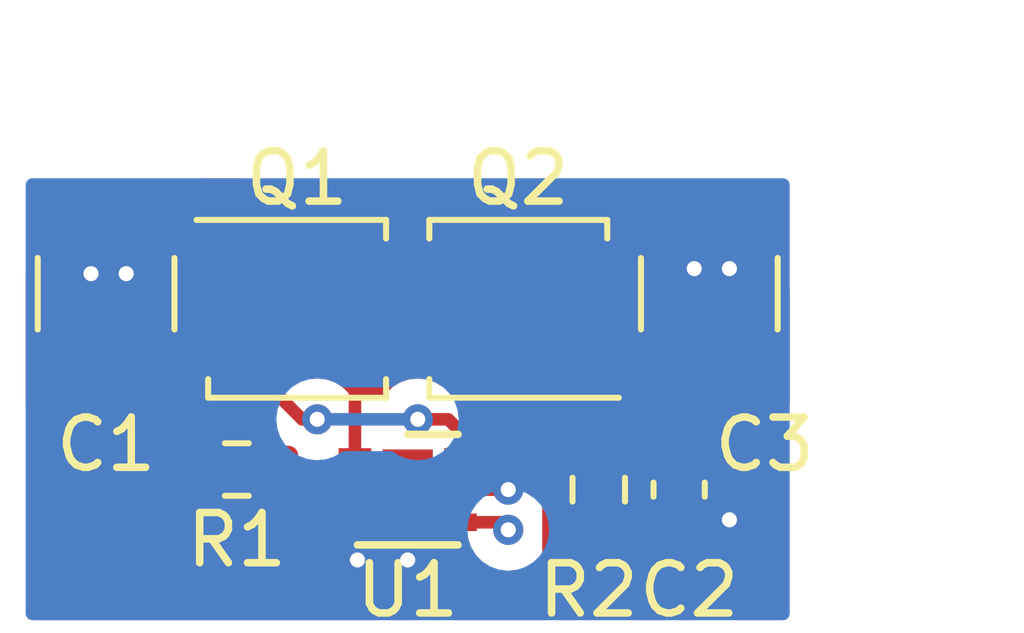
<source format=kicad_pcb>
(kicad_pcb (version 20221018) (generator pcbnew)
  (layers (0 "F.Cu" signal) (31 "B.Cu" signal) (34 "B.Paste" user) (35 "F.Paste" user) (36 "B.SilkS" user "B.Silkscreen") (37 "F.SilkS" user "F.Silkscreen") (38 "B.Mask" user) (39 "F.Mask" user) (44 "Edge.Cuts" user))
  (net 0 "")
  (net 1 "/V_{BUS}")
  (net 2 "GND")
  (net 3 "Net-(C2-Pad2)")
  (net 4 "/V_{PROT}")
  (net 5 "Net-(Q1-Pad4)")
  (net 6 "Net-(Q1-Pad5)")
  (net 7 "Net-(Q2-Pad4)")
  (net 8 "/EN")
  (footprint "Package_DFN_QFN:DFN-6-1EP_2x2mm_P0.65mm_EP1x1.6mm" (layer "F.Cu") (at 140.6 84.4)
    (fp_text reference "U1" (at 0 2) (layer "F.SilkS"))
    (fp_text value "NCV68261")
    (fp_line (start -1 1.1) (end 1 1.1) (stroke (width 0.15)) (layer "F.SilkS"))
    (fp_line (start 0 -1.1) (end 1 -1.1) (stroke (width 0.15)) (layer "F.SilkS"))
    (pad "1" smd rect (at -1.05 -0.65) (size 0.65 0.35) (layers "F.Cu" "F.Paste" "F.Mask") (net 6 "Net-(Q1-Pad5)"))
    (pad "2" smd rect (at -1.05 0) (size 0.65 0.35) (layers "F.Cu" "F.Paste" "F.Mask") (net 7 "Net-(Q2-Pad4)"))
    (pad "3" smd rect (at -1.05 0.65) (size 0.65 0.35) (layers "F.Cu" "F.Paste" "F.Mask") (net 2 "GND"))
    (pad "4" smd rect (at 1.05 0.65) (size 0.65 0.35) (layers "F.Cu" "F.Paste" "F.Mask") (net 8 "/EN"))
    (pad "5" smd rect (at 1.05 0) (size 0.65 0.35) (layers "F.Cu" "F.Paste" "F.Mask") (net 2 "GND"))
    (pad "6" smd rect (at 1.05 -0.65) (size 0.65 0.35) (layers "F.Cu" "F.Paste" "F.Mask") (net 1 "/V_{BUS}"))
    (pad "7" smd rect (at 0 0) (size 1 1.6) (layers "F.Cu" "F.Mask") (net 2 "GND"))
  )
  (footprint "Capacitor_SMD:C_1210_3225Metric" (layer "F.Cu") (at 134.6 80.5 90)
    (fp_text reference "C1" (at -3 0) (layer "F.SilkS"))
    (fp_text value "10uF/63V")
    (fp_line (start -0.711252 -1.36) (end 0.711252 -1.36) (stroke (width 0.12)) (layer "F.SilkS"))
    (fp_line (start -0.711252 1.36) (end 0.711252 1.36) (stroke (width 0.12)) (layer "F.SilkS"))
    (pad "1" smd roundrect (at -1.475 0 90) (size 1.15 2.7) (layers "F.Cu" "F.Paste" "F.Mask") (roundrect_rratio 0.2173913043) (net 1 "/V_{BUS}"))
    (pad "2" smd roundrect (at 1.475 0 90) (size 1.15 2.7) (layers "F.Cu" "F.Paste" "F.Mask") (roundrect_rratio 0.2173913043) (net 2 "GND"))
  )
  (footprint "Resistor_SMD:R_0603_1608Metric" (layer "F.Cu") (at 137.2 84)
    (fp_text reference "R1" (at 0 1.4) (layer "F.SilkS"))
    (fp_text value "10R")
    (fp_line (start -0.237258 -0.5225) (end 0.237258 -0.5225) (stroke (width 0.12)) (layer "F.SilkS"))
    (fp_line (start -0.237258 0.5225) (end 0.237258 0.5225) (stroke (width 0.12)) (layer "F.SilkS"))
    (pad "1" smd roundrect (at -0.825 0) (size 0.8 0.95) (layers "F.Cu" "F.Paste" "F.Mask") (net 5 "Net-(Q1-Pad4)"))
    (pad "2" smd roundrect (at 0.825 0) (size 0.8 0.95) (layers "F.Cu" "F.Paste" "F.Mask") (net 7 "Net-(Q2-Pad4)"))
  )
  (footprint "Package_SON:Diodes_PowerDI3333-8" (layer "F.Cu") (at 142.8 80.8 180)
    (fp_text reference "Q2" (at 0 2.6) (layer "F.SilkS"))
    (fp_text value "DMT6007LFG-7")
    (fp_line (start -1.77 1.77) (end -1.77 1.4) (stroke (width 0.12)) (layer "F.SilkS"))
    (fp_line (start -1.77 1.77) (end 1.77 1.77) (stroke (width 0.12)) (layer "F.SilkS"))
    (fp_line (start 1.77 -1.77) (end -2 -1.77) (stroke (width 0.12)) (layer "F.SilkS"))
    (fp_line (start 1.77 -1.77) (end 1.77 -1.4) (stroke (width 0.12)) (layer "F.SilkS"))
    (fp_line (start 1.77 1.77) (end 1.77 1.4) (stroke (width 0.12)) (layer "F.SilkS"))
    (pad "1" smd rect (at -1.5 -0.975 180) (size 0.7 0.42) (layers "F.Cu" "F.Paste" "F.Mask") (net 4 "/V_{PROT}"))
    (pad "2" smd rect (at -1.5 -0.325 180) (size 0.7 0.42) (layers "F.Cu" "F.Paste" "F.Mask") (net 4 "/V_{PROT}"))
    (pad "3" smd rect (at -1.5 0.325 180) (size 0.7 0.42) (layers "F.Cu" "F.Paste" "F.Mask") (net 4 "/V_{PROT}"))
    (pad "4" smd rect (at -1.5 0.975 180) (size 0.7 0.42) (layers "F.Cu" "F.Paste" "F.Mask") (net 7 "Net-(Q2-Pad4)"))
    (pad "5" smd custom (at 0.455 0 180) (size 1.71 2.37) (layers "F.Cu" "F.Mask") (net 6 "Net-(Q1-Pad5)") (options (clearance outline) (anchor rect)) (primitives (gr_poly (pts (xy 1.395 1.185) (xy 0.855 1.185) (xy 0.855 0.765) (xy 1.395 0.765)) (width 0) (fill yes)) (gr_poly (pts (xy 1.395 0.535) (xy 0.855 0.535) (xy 0.855 0.115) (xy 1.395 0.115)) (width 0) (fill yes)) (gr_poly (pts (xy 1.395 -0.115) (xy 0.855 -0.115) (xy 0.855 -0.535) (xy 1.395 -0.535)) (width 0) (fill yes)) (gr_poly (pts (xy 1.395 -0.765) (xy 0.855 -0.765) (xy 0.855 -1.185) (xy 1.395 -1.185)) (width 0) (fill yes))))
  )
  (footprint "Capacitor_SMD:C_1210_3225Metric" (layer "F.Cu") (at 146.6 80.5 90)
    (fp_text reference "C3" (at -3 1.1) (layer "F.SilkS"))
    (fp_text value "10uF/63V")
    (fp_line (start -0.711252 -1.36) (end 0.711252 -1.36) (stroke (width 0.12)) (layer "F.SilkS"))
    (fp_line (start -0.711252 1.36) (end 0.711252 1.36) (stroke (width 0.12)) (layer "F.SilkS"))
    (pad "1" smd roundrect (at -1.475 0 90) (size 1.15 2.7) (layers "F.Cu" "F.Paste" "F.Mask") (roundrect_rratio 0.2173913043) (net 4 "/V_{PROT}"))
    (pad "2" smd roundrect (at 1.475 0 90) (size 1.15 2.7) (layers "F.Cu" "F.Paste" "F.Mask") (roundrect_rratio 0.2173913043) (net 2 "GND"))
  )
  (footprint "Resistor_SMD:R_0603_1608Metric" (layer "F.Cu") (at 144.4 84.4 -90)
    (fp_text reference "R2" (at 2 0.2 180) (layer "F.SilkS"))
    (fp_text value "10R")
    (fp_line (start -0.237258 -0.5225) (end 0.237258 -0.5225) (stroke (width 0.12)) (layer "F.SilkS"))
    (fp_line (start -0.237258 0.5225) (end 0.237258 0.5225) (stroke (width 0.12)) (layer "F.SilkS"))
    (pad "1" smd roundrect (at -0.825 0 270) (size 0.8 0.95) (layers "F.Cu" "F.Paste" "F.Mask") (net 7 "Net-(Q2-Pad4)"))
    (pad "2" smd roundrect (at 0.825 0 270) (size 0.8 0.95) (layers "F.Cu" "F.Paste" "F.Mask") (net 3 "Net-(C2-Pad2)"))
  )
  (footprint "Package_SON:Diodes_PowerDI3333-8" (layer "F.Cu") (at 138.4 80.8)
    (fp_text reference "Q1" (at 0 -2.6) (layer "F.SilkS"))
    (fp_text value "DMT6007LFG-7")
    (fp_line (start -1.77 1.77) (end -1.77 1.4) (stroke (width 0.12)) (layer "F.SilkS"))
    (fp_line (start -1.77 1.77) (end 1.77 1.77) (stroke (width 0.12)) (layer "F.SilkS"))
    (fp_line (start 1.77 -1.77) (end -2 -1.77) (stroke (width 0.12)) (layer "F.SilkS"))
    (fp_line (start 1.77 -1.77) (end 1.77 -1.4) (stroke (width 0.12)) (layer "F.SilkS"))
    (fp_line (start 1.77 1.77) (end 1.77 1.4) (stroke (width 0.12)) (layer "F.SilkS"))
    (pad "1" smd rect (at -1.5 -0.975) (size 0.7 0.42) (layers "F.Cu" "F.Paste" "F.Mask") (net 1 "/V_{BUS}"))
    (pad "2" smd rect (at -1.5 -0.325) (size 0.7 0.42) (layers "F.Cu" "F.Paste" "F.Mask") (net 1 "/V_{BUS}"))
    (pad "3" smd rect (at -1.5 0.325) (size 0.7 0.42) (layers "F.Cu" "F.Paste" "F.Mask") (net 1 "/V_{BUS}"))
    (pad "4" smd rect (at -1.5 0.975) (size 0.7 0.42) (layers "F.Cu" "F.Paste" "F.Mask") (net 5 "Net-(Q1-Pad4)"))
    (pad "5" smd custom (at 0.455 0) (size 1.71 2.37) (layers "F.Cu" "F.Mask") (net 6 "Net-(Q1-Pad5)") (options (clearance outline) (anchor rect)) (primitives (gr_poly (pts (xy 1.395 1.185) (xy 0.855 1.185) (xy 0.855 0.765) (xy 1.395 0.765)) (width 0) (fill yes)) (gr_poly (pts (xy 1.395 0.535) (xy 0.855 0.535) (xy 0.855 0.115) (xy 1.395 0.115)) (width 0) (fill yes)) (gr_poly (pts (xy 1.395 -0.115) (xy 0.855 -0.115) (xy 0.855 -0.535) (xy 1.395 -0.535)) (width 0) (fill yes)) (gr_poly (pts (xy 1.395 -0.765) (xy 0.855 -0.765) (xy 0.855 -1.185) (xy 1.395 -1.185)) (width 0) (fill yes))))
  )
  (footprint "Capacitor_SMD:C_0603_1608Metric" (layer "F.Cu") (at 146 84.4 90)
    (fp_text reference "C2" (at -2 0.2 180) (layer "F.SilkS"))
    (fp_text value "1nF")
    (fp_line (start -0.14058 -0.51) (end 0.14058 -0.51) (stroke (width 0.12)) (layer "F.SilkS"))
    (fp_line (start -0.14058 0.51) (end 0.14058 0.51) (stroke (width 0.12)) (layer "F.SilkS"))
    (pad "1" smd roundrect (at -0.775 0 90) (size 0.9 0.95) (layers "F.Cu" "F.Paste" "F.Mask") (net 2 "GND"))
    (pad "2" smd roundrect (at 0.775 0 90) (size 0.9 0.95) (layers "F.Cu" "F.Paste" "F.Mask") (net 3 "Net-(C2-Pad2)"))
  )
  (segment (start 141.65 83.245) (end 141.405 83) (width 0.25) (layer "F.Cu") (net 1))
  (segment (start 137.575 81.375) (end 137.325 81.125) (width 0.25) (layer "F.Cu") (net 1))
  (segment (start 137.325 81.125) (end 136.9 81.125) (width 0.25) (layer "F.Cu") (net 1))
  (segment (start 138.5 83) (end 137.575 82.075) (width 0.25) (layer "F.Cu") (net 1))
  (segment (start 138.8 83) (end 138.5 83) (width 0.25) (layer "F.Cu") (net 1))
  (segment (start 137.575 82.075) (end 137.575 81.375) (width 0.25) (layer "F.Cu") (net 1))
  (segment (start 141.65 83.75) (end 141.65 83.245) (width 0.25) (layer "F.Cu") (net 1))
  (segment (start 141.405 83) (end 140.8 83) (width 0.25) (layer "F.Cu") (net 1))
  (via (at 138.8 83) (size 0.6) (drill 0.3) (layers "F.Cu" "B.Cu") (net 1))
  (via (at 140.8 83) (size 0.6) (drill 0.3) (layers "F.Cu" "B.Cu") (net 1))
  (segment (start 140.8 83) (end 138.8 83) (width 0.25) (layer "B.Cu") (net 1))
  (segment (start 134.6 79.7) (end 134.6 79.025) (width 0.25) (layer "F.Cu") (net 2))
  (segment (start 135 80.1) (end 134.6 79.7) (width 0.25) (layer "F.Cu") (net 2))
  (segment (start 146.6 79.6) (end 147 80) (width 0.25) (layer "F.Cu") (net 2))
  (segment (start 134.3 80) (end 134.6 79.7) (width 0.25) (layer "F.Cu") (net 2))
  (segment (start 134.3 80.1) (end 134.3 80) (width 0.25) (layer "F.Cu") (net 2))
  (segment (start 146.3 80) (end 146.6 79.7) (width 0.25) (layer "F.Cu") (net 2))
  (segment (start 140.6 84.4) (end 140.6 85.8) (width 0.25) (layer "F.Cu") (net 2))
  (segment (start 146.6 79.7) (end 146.6 79.025) (width 0.25) (layer "F.Cu") (net 2))
  (segment (start 146.6 79.025) (end 146.6 79.6) (width 0.25) (layer "F.Cu") (net 2))
  (segment (start 146.825 85.175) (end 147 85) (width 0.25) (layer "F.Cu") (net 2))
  (segment (start 139.55 85.05) (end 139.55 85.75) (width 0.25) (layer "F.Cu") (net 2))
  (segment (start 146 85.175) (end 146.825 85.175) (width 0.25) (layer "F.Cu") (net 2))
  (segment (start 139.55 85.75) (end 139.6 85.8) (width 0.25) (layer "F.Cu") (net 2))
  (segment (start 141.65 84.4) (end 142.6 84.4) (width 0.25) (layer "F.Cu") (net 2))
  (via (at 135 80.1) (size 0.6) (drill 0.3) (layers "F.Cu" "B.Cu") (net 2))
  (via (at 140.6 85.8) (size 0.6) (drill 0.3) (layers "F.Cu" "B.Cu") (net 2))
  (via (at 142.6 84.4) (size 0.6) (drill 0.3) (layers "F.Cu" "B.Cu") (net 2))
  (via (at 134.3 80.1) (size 0.6) (drill 0.3) (layers "F.Cu" "B.Cu") (net 2))
  (via (at 147 80) (size 0.6) (drill 0.3) (layers "F.Cu" "B.Cu") (net 2))
  (via (at 146.3 80) (size 0.6) (drill 0.3) (layers "F.Cu" "B.Cu") (net 2))
  (via (at 139.6 85.8) (size 0.6) (drill 0.3) (layers "F.Cu" "B.Cu") (net 2))
  (via (at 147 85) (size 0.6) (drill 0.3) (layers "F.Cu" "B.Cu") (net 2))
  (segment (start 144.4 85.225) (end 146 83.625) (width 0.25) (layer "F.Cu") (net 3))
  (segment (start 146.4 81.775) (end 146.6 81.975) (width 0.25) (layer "F.Cu") (net 4))
  (segment (start 136.9 83.475) (end 136.375 84) (width 0.25) (layer "F.Cu") (net 5))
  (segment (start 136.9 81.775) (end 136.9 83.475) (width 0.25) (layer "F.Cu") (net 5))
  (segment (start 139.55 82.46) (end 140.105 81.905) (width 0.25) (layer "F.Cu") (net 6))
  (segment (start 139.55 83.75) (end 139.55 82.46) (width 0.25) (layer "F.Cu") (net 6))
  (segment (start 139.225 86.425) (end 138.8 86) (width 0.25) (layer "F.Cu") (net 7))
  (segment (start 142.875 86.425) (end 139.225 86.425) (width 0.25) (layer "F.Cu") (net 7))
  (segment (start 138.8 86) (end 138.8 84.6) (width 0.25) (layer "F.Cu") (net 7))
  (segment (start 138.025 84) (end 138.425 84.4) (width 0.2) (layer "F.Cu") (net 7))
  (segment (start 138.425 84.4) (end 139.55 84.4) (width 0.2) (layer "F.Cu") (net 7))
  (segment (start 138.8 84.6) (end 139 84.4) (width 0.25) (layer "F.Cu") (net 7))
  (segment (start 143.4 85.9) (end 142.875 86.425) (width 0.25) (layer "F.Cu") (net 7))
  (segment (start 143.4 84.2) (end 143.4 85.9) (width 0.25) (layer "F.Cu") (net 7))
  (segment (start 139 84.4) (end 139.55 84.4) (width 0.25) (layer "F.Cu") (net 7))
  (segment (start 143.7 79.825) (end 143.625 79.9) (width 0.25) (layer "F.Cu") (net 7))
  (segment (start 143.625 82.8) (end 144.4 83.575) (width 0.25) (layer "F.Cu") (net 7))
  (segment (start 144.3 79.825) (end 143.7 79.825) (width 0.25) (layer "F.Cu") (net 7))
  (segment (start 144.4 83.575) (end 144.025 83.575) (width 0.25) (layer "F.Cu") (net 7))
  (segment (start 144.025 83.575) (end 143.4 84.2) (width 0.25) (layer "F.Cu") (net 7))
  (segment (start 143.625 79.9) (end 143.625 82.8) (width 0.25) (layer "F.Cu") (net 7))
  (segment (start 142.45 85.05) (end 142.6 85.2) (width 0.25) (layer "F.Cu") (net 8))
  (segment (start 141.65 85.05) (end 142.45 85.05) (width 0.25) (layer "F.Cu") (net 8))
  (via (at 142.6 85.2) (size 0.6) (drill 0.3) (layers "F.Cu" "B.Cu") (net 8))
  (zone (net 6) (net_name "Net-(Q1-Pad5)") (layer "F.Cu") (connect_pads yes (clearance 0.508)) (min_thickness 0.254) (fill yes (thermal_gap 0.508) (thermal_bridge_width 0.508))
    (polygon (pts (xy 143.4 82.6) (xy 137.6 82.6) (xy 137.6 78.9) (xy 143.4 78.9)))
  )
  (zone (net 1) (net_name "/V_{BUS}") (layer "F.Cu") (connect_pads yes (clearance 0.508)) (min_thickness 0.254) (fill yes (thermal_gap 0.508) (thermal_bridge_width 0.508))
    (polygon (pts (xy 137.4 82.8) (xy 133 82.8) (xy 133 78.2) (xy 137.4 78.2)))
  )
  (zone (net 4) (net_name "/V_{PROT}") (layer "F.Cu") (connect_pads yes (clearance 0.508)) (min_thickness 0.254) (fill yes (thermal_gap 0.508) (thermal_bridge_width 0.508))
    (polygon (pts (xy 145.3 80.3) (xy 148.2 80.3) (xy 148.2 82.8) (xy 143.9 82.8) (xy 143.9 80.2) (xy 145.2 80.2)))
  )
  (zone (net 2) (net_name "GND") (layer "B.Cu") (connect_pads yes (clearance 0.508)) (min_thickness 0.254) (fill yes (thermal_gap 0.508) (thermal_bridge_width 0.508))
    (polygon (pts (xy 148.2 87) (xy 133 87) (xy 133 78.2) (xy 148.2 78.2)))
  )
)
</source>
